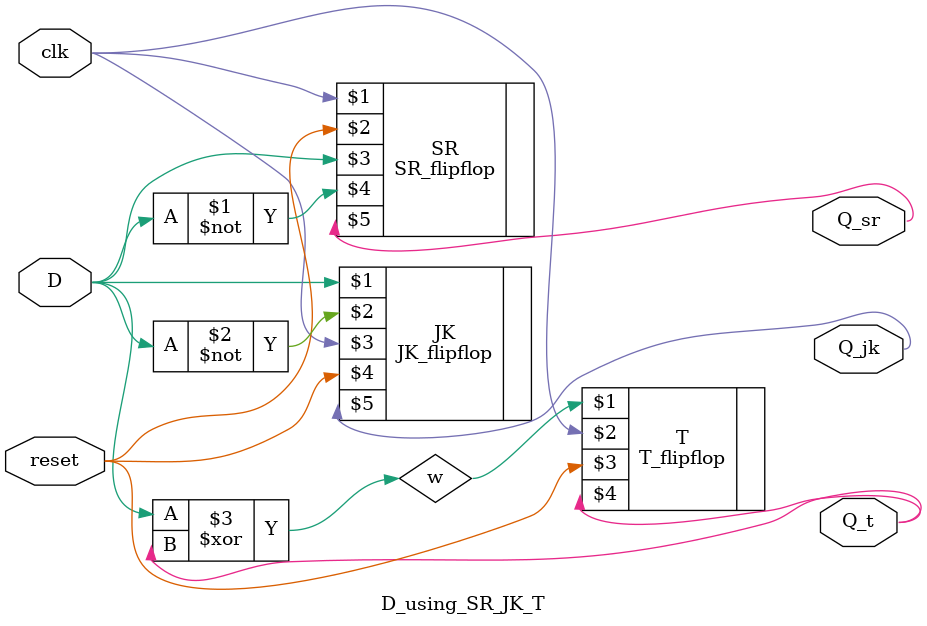
<source format=v>
`timescale 1ns / 1ps

module D_using_SR_JK_T(
    input clk, reset, D,
    output Q_sr, Q_jk, Q_t
    );
    wire w;
    
    SR_flipflop SR(clk, reset, D, ~D, Q_sr);
    
    JK_flipflop JK(D, ~D, clk, reset, Q_jk);

    assign w= D ^ Q_t;
    T_flipflop T(w, clk, reset, Q_t);
    
endmodule
</source>
